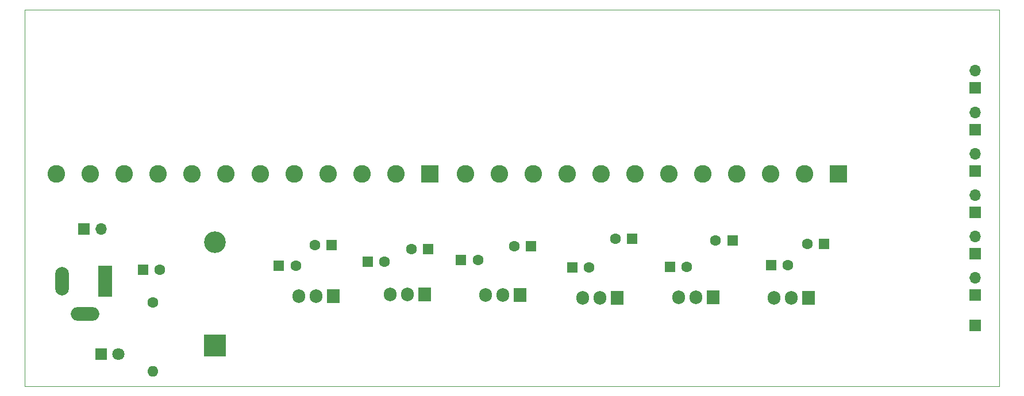
<source format=gbr>
%TF.GenerationSoftware,KiCad,Pcbnew,(6.0.4)*%
%TF.CreationDate,2023-08-24T18:54:07-03:00*%
%TF.ProjectId,PCB drive motor,50434220-6472-4697-9665-206d6f746f72,rev?*%
%TF.SameCoordinates,PX1a3bac8PY5add478*%
%TF.FileFunction,Copper,L1,Top*%
%TF.FilePolarity,Positive*%
%FSLAX46Y46*%
G04 Gerber Fmt 4.6, Leading zero omitted, Abs format (unit mm)*
G04 Created by KiCad (PCBNEW (6.0.4)) date 2023-08-24 18:54:07*
%MOMM*%
%LPD*%
G01*
G04 APERTURE LIST*
%TA.AperFunction,Profile*%
%ADD10C,0.100000*%
%TD*%
%TA.AperFunction,ComponentPad*%
%ADD11R,2.000000X4.600000*%
%TD*%
%TA.AperFunction,ComponentPad*%
%ADD12O,2.000000X4.200000*%
%TD*%
%TA.AperFunction,ComponentPad*%
%ADD13O,4.200000X2.000000*%
%TD*%
%TA.AperFunction,ComponentPad*%
%ADD14R,1.600000X1.600000*%
%TD*%
%TA.AperFunction,ComponentPad*%
%ADD15C,1.600000*%
%TD*%
%TA.AperFunction,ComponentPad*%
%ADD16R,1.700000X1.700000*%
%TD*%
%TA.AperFunction,ComponentPad*%
%ADD17R,2.600000X2.600000*%
%TD*%
%TA.AperFunction,ComponentPad*%
%ADD18C,2.600000*%
%TD*%
%TA.AperFunction,ComponentPad*%
%ADD19O,1.700000X1.700000*%
%TD*%
%TA.AperFunction,ComponentPad*%
%ADD20R,1.905000X2.000000*%
%TD*%
%TA.AperFunction,ComponentPad*%
%ADD21O,1.905000X2.000000*%
%TD*%
%TA.AperFunction,ComponentPad*%
%ADD22R,1.800000X1.800000*%
%TD*%
%TA.AperFunction,ComponentPad*%
%ADD23C,1.800000*%
%TD*%
%TA.AperFunction,ComponentPad*%
%ADD24O,1.600000X1.600000*%
%TD*%
%TA.AperFunction,ComponentPad*%
%ADD25R,3.200000X3.200000*%
%TD*%
%TA.AperFunction,ComponentPad*%
%ADD26O,3.200000X3.200000*%
%TD*%
G04 APERTURE END LIST*
D10*
X0Y55523400D02*
X143581400Y55523400D01*
X143581400Y55523400D02*
X143581400Y0D01*
X143581400Y0D02*
X0Y0D01*
X0Y0D02*
X0Y55523400D01*
D11*
%TO.P,J1,1,Pin_1*%
%TO.N,Net-(J1-Pad1)*%
X11811000Y15485000D03*
D12*
%TO.P,J1,2,Pin_2*%
%TO.N,GNDREF*%
X5511000Y15485000D03*
D13*
%TO.P,J1,3*%
%TO.N,N/C*%
X8911000Y10685000D03*
%TD*%
D14*
%TO.P,C17,1*%
%TO.N,/VCC6V_3*%
X64296288Y18610000D03*
D15*
%TO.P,C17,2*%
%TO.N,GNDREF*%
X66796288Y18610000D03*
%TD*%
D16*
%TO.P,J4,1,Pin_1*%
%TO.N,GNDREF*%
X140026400Y8935000D03*
%TD*%
D14*
%TO.P,C7,1*%
%TO.N,/12V*%
X59436513Y20250000D03*
D15*
%TO.P,C7,2*%
%TO.N,GNDREF*%
X56936513Y20250000D03*
%TD*%
D17*
%TO.P,J3,1,Pin_1*%
%TO.N,/SENSOR_6*%
X119921400Y31345000D03*
D18*
%TO.P,J3,2,Pin_2*%
%TO.N,/SIGNAL_6*%
X114921400Y31345000D03*
%TO.P,J3,3,Pin_3*%
%TO.N,/VCC5V_6*%
X109921400Y31345000D03*
%TO.P,J3,4,Pin_4*%
%TO.N,GNDREF*%
X104921400Y31345000D03*
%TO.P,J3,5,Pin_5*%
%TO.N,/SENSOR_5*%
X99921400Y31345000D03*
%TO.P,J3,6,Pin_6*%
%TO.N,/SIGNAL_5*%
X94921400Y31345000D03*
%TO.P,J3,7,Pin_7*%
%TO.N,/VCC5V_5*%
X89921400Y31345000D03*
%TO.P,J3,8,Pin_8*%
%TO.N,GNDREF*%
X84921400Y31345000D03*
%TO.P,J3,9,Pin_9*%
%TO.N,/SENSOR_4*%
X79921400Y31345000D03*
%TO.P,J3,10,Pin_10*%
%TO.N,/SIGNAL_4*%
X74921400Y31345000D03*
%TO.P,J3,11,Pin_11*%
%TO.N,/VCC6V_4*%
X69921400Y31345000D03*
%TO.P,J3,12,Pin_12*%
%TO.N,GNDREF*%
X64921400Y31345000D03*
%TD*%
D16*
%TO.P,J8,1,Pin_1*%
%TO.N,/SENSOR_1*%
X140036400Y43985000D03*
D19*
%TO.P,J8,2,Pin_2*%
%TO.N,/SIGNAL_1*%
X140036400Y46525000D03*
%TD*%
D20*
%TO.P,U6,1,VI*%
%TO.N,/12V*%
X115501400Y13010000D03*
D21*
%TO.P,U6,2,GND*%
%TO.N,GNDREF*%
X112961400Y13010000D03*
%TO.P,U6,3,VO*%
%TO.N,/VCC5V_6*%
X110421400Y13010000D03*
%TD*%
D20*
%TO.P,U2,1,VI*%
%TO.N,/12V*%
X87291400Y13070000D03*
D21*
%TO.P,U2,2,GND*%
%TO.N,GNDREF*%
X84751400Y13070000D03*
%TO.P,U2,3,VO*%
%TO.N,/VCC6V_4*%
X82211400Y13070000D03*
%TD*%
D14*
%TO.P,C8,1*%
%TO.N,/12V*%
X104301400Y21540000D03*
D15*
%TO.P,C8,2*%
%TO.N,GNDREF*%
X101801400Y21540000D03*
%TD*%
D20*
%TO.P,U4,1,VI*%
%TO.N,/12V*%
X101431400Y13100000D03*
D21*
%TO.P,U4,2,GND*%
%TO.N,GNDREF*%
X98891400Y13100000D03*
%TO.P,U4,3,VO*%
%TO.N,/VCC5V_5*%
X96351400Y13100000D03*
%TD*%
D16*
%TO.P,J11,1,Pin_1*%
%TO.N,/SENSOR_4*%
X140036400Y25655000D03*
D19*
%TO.P,J11,2,Pin_2*%
%TO.N,/SIGNAL_4*%
X140036400Y28195000D03*
%TD*%
D20*
%TO.P,U5,1,VI*%
%TO.N,/12V*%
X73021400Y13490000D03*
D21*
%TO.P,U5,2,GND*%
%TO.N,GNDREF*%
X70481400Y13490000D03*
%TO.P,U5,3,VO*%
%TO.N,/VCC6V_3*%
X67941400Y13490000D03*
%TD*%
D20*
%TO.P,U3,1,VI*%
%TO.N,/12V*%
X58901400Y13510000D03*
D21*
%TO.P,U3,2,GND*%
%TO.N,GNDREF*%
X56361400Y13510000D03*
%TO.P,U3,3,VO*%
%TO.N,/VCC6V_2*%
X53821400Y13510000D03*
%TD*%
D14*
%TO.P,C1,1*%
%TO.N,/12V*%
X45236513Y20840000D03*
D15*
%TO.P,C1,2*%
%TO.N,GNDREF*%
X42736513Y20840000D03*
%TD*%
D14*
%TO.P,C11,1*%
%TO.N,/VCC6V_2*%
X50541400Y18380000D03*
D15*
%TO.P,C11,2*%
%TO.N,GNDREF*%
X53041400Y18380000D03*
%TD*%
D14*
%TO.P,C5,1*%
%TO.N,/VCC6V_1*%
X37436288Y17780000D03*
D15*
%TO.P,C5,2*%
%TO.N,GNDREF*%
X39936288Y17780000D03*
%TD*%
D17*
%TO.P,J2,1,Pin_1*%
%TO.N,/SENSOR_3*%
X59671400Y31350000D03*
D18*
%TO.P,J2,2,Pin_2*%
%TO.N,/SIGNAL_3*%
X54671400Y31350000D03*
%TO.P,J2,3,Pin_3*%
%TO.N,/VCC6V_3*%
X49671400Y31350000D03*
%TO.P,J2,4,Pin_4*%
%TO.N,GNDREF*%
X44671400Y31350000D03*
%TO.P,J2,5,Pin_5*%
%TO.N,/SENSOR_2*%
X39671400Y31350000D03*
%TO.P,J2,6,Pin_6*%
%TO.N,/SIGNAL_2*%
X34671400Y31350000D03*
%TO.P,J2,7,Pin_7*%
%TO.N,/VCC6V_2*%
X29671400Y31350000D03*
%TO.P,J2,8,Pin_8*%
%TO.N,GNDREF*%
X24671400Y31350000D03*
%TO.P,J2,9,Pin_9*%
%TO.N,/SENSOR_1*%
X19671400Y31350000D03*
%TO.P,J2,10,Pin_10*%
%TO.N,/SIGNAL_1*%
X14671400Y31350000D03*
%TO.P,J2,11,Pin_11*%
%TO.N,/VCC6V_1*%
X9671400Y31350000D03*
%TO.P,J2,12,Pin_12*%
%TO.N,GNDREF*%
X4671400Y31350000D03*
%TD*%
D16*
%TO.P,J10,1,Pin_1*%
%TO.N,/SENSOR_2*%
X140036400Y37865000D03*
D19*
%TO.P,J10,2,Pin_2*%
%TO.N,/SIGNAL_2*%
X140036400Y40405000D03*
%TD*%
D22*
%TO.P,D2,1,K*%
%TO.N,GNDREF*%
X11226400Y4730000D03*
D23*
%TO.P,D2,2,A*%
%TO.N,Net-(D2-Pad2)*%
X13766400Y4730000D03*
%TD*%
D14*
%TO.P,C2,1*%
%TO.N,/12V*%
X89501400Y21730000D03*
D15*
%TO.P,C2,2*%
%TO.N,GNDREF*%
X87001400Y21730000D03*
%TD*%
%TO.P,R1,1*%
%TO.N,/12V*%
X18841400Y12400000D03*
D24*
%TO.P,R1,2*%
%TO.N,Net-(D2-Pad2)*%
X18841400Y2240000D03*
%TD*%
D14*
%TO.P,C12,1*%
%TO.N,/VCC5V_5*%
X95061400Y17640000D03*
D15*
%TO.P,C12,2*%
%TO.N,GNDREF*%
X97561400Y17640000D03*
%TD*%
D14*
%TO.P,C14,1*%
%TO.N,/12V*%
X117791400Y21000000D03*
D15*
%TO.P,C14,2*%
%TO.N,GNDREF*%
X115291400Y21000000D03*
%TD*%
D14*
%TO.P,C3,1*%
%TO.N,/12V*%
X17416288Y17180000D03*
D15*
%TO.P,C3,2*%
%TO.N,GNDREF*%
X19916288Y17180000D03*
%TD*%
D16*
%TO.P,J9,1,Pin_1*%
%TO.N,/SENSOR_3*%
X140036400Y31765000D03*
D19*
%TO.P,J9,2,Pin_2*%
%TO.N,/SIGNAL_3*%
X140036400Y34305000D03*
%TD*%
D25*
%TO.P,D1,1,K*%
%TO.N,/12V*%
X28011400Y5980000D03*
D26*
%TO.P,D1,2,A*%
%TO.N,Net-(D1-Pad2)*%
X28011400Y21220000D03*
%TD*%
D14*
%TO.P,C18,1*%
%TO.N,/VCC5V_6*%
X109956288Y17830000D03*
D15*
%TO.P,C18,2*%
%TO.N,GNDREF*%
X112456288Y17830000D03*
%TD*%
D16*
%TO.P,J12,1,Pin_1*%
%TO.N,/SENSOR_6*%
X140041400Y13450000D03*
D19*
%TO.P,J12,2,Pin_2*%
%TO.N,/SIGNAL_6*%
X140041400Y15990000D03*
%TD*%
D14*
%TO.P,C13,1*%
%TO.N,/12V*%
X74596513Y20620000D03*
D15*
%TO.P,C13,2*%
%TO.N,GNDREF*%
X72096513Y20620000D03*
%TD*%
D20*
%TO.P,U1,1,VI*%
%TO.N,/12V*%
X45481400Y13260000D03*
D21*
%TO.P,U1,2,GND*%
%TO.N,GNDREF*%
X42941400Y13260000D03*
%TO.P,U1,3,VO*%
%TO.N,/VCC6V_1*%
X40401400Y13260000D03*
%TD*%
D16*
%TO.P,J13,1,Pin_1*%
%TO.N,/SENSOR_5*%
X140036400Y19550000D03*
D19*
%TO.P,J13,2,Pin_2*%
%TO.N,/SIGNAL_5*%
X140036400Y22090000D03*
%TD*%
D16*
%TO.P,J14,1,Pin_1*%
%TO.N,Net-(J1-Pad1)*%
X8691400Y23225000D03*
D19*
%TO.P,J14,2,Pin_2*%
%TO.N,Net-(D1-Pad2)*%
X11231400Y23225000D03*
%TD*%
D14*
%TO.P,C6,1*%
%TO.N,/VCC6V_4*%
X80676288Y17560000D03*
D15*
%TO.P,C6,2*%
%TO.N,GNDREF*%
X83176288Y17560000D03*
%TD*%
M02*

</source>
